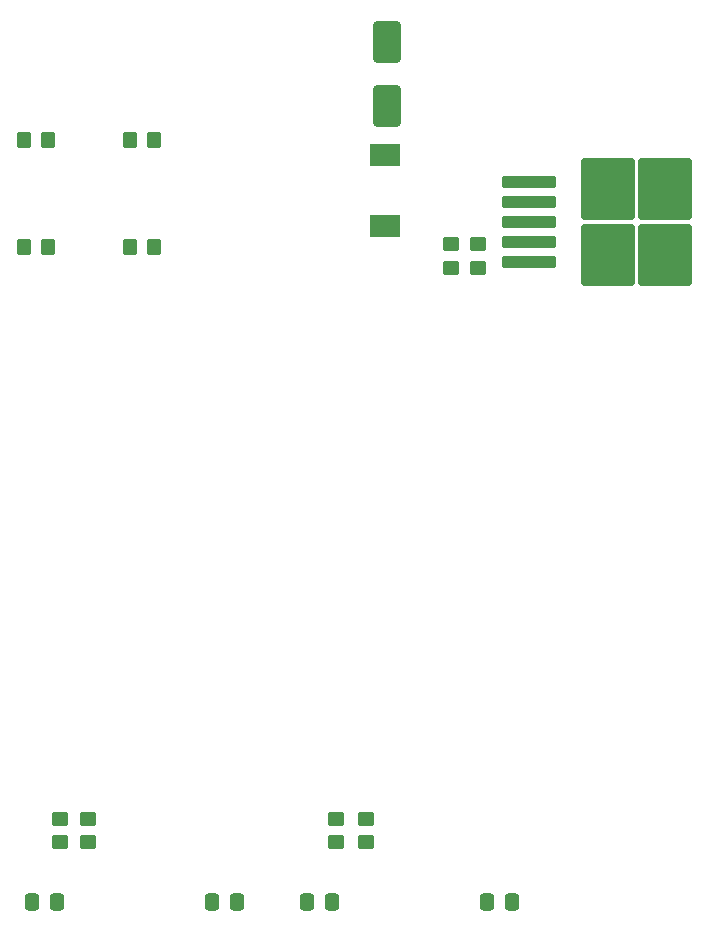
<source format=gbr>
%TF.GenerationSoftware,KiCad,Pcbnew,8.0.0*%
%TF.CreationDate,2025-04-05T00:05:52+03:00*%
%TF.ProjectId,esp_stepper,6573705f-7374-4657-9070-65722e6b6963,rev?*%
%TF.SameCoordinates,Original*%
%TF.FileFunction,Paste,Top*%
%TF.FilePolarity,Positive*%
%FSLAX46Y46*%
G04 Gerber Fmt 4.6, Leading zero omitted, Abs format (unit mm)*
G04 Created by KiCad (PCBNEW 8.0.0) date 2025-04-05 00:05:52*
%MOMM*%
%LPD*%
G01*
G04 APERTURE LIST*
G04 Aperture macros list*
%AMRoundRect*
0 Rectangle with rounded corners*
0 $1 Rounding radius*
0 $2 $3 $4 $5 $6 $7 $8 $9 X,Y pos of 4 corners*
0 Add a 4 corners polygon primitive as box body*
4,1,4,$2,$3,$4,$5,$6,$7,$8,$9,$2,$3,0*
0 Add four circle primitives for the rounded corners*
1,1,$1+$1,$2,$3*
1,1,$1+$1,$4,$5*
1,1,$1+$1,$6,$7*
1,1,$1+$1,$8,$9*
0 Add four rect primitives between the rounded corners*
20,1,$1+$1,$2,$3,$4,$5,0*
20,1,$1+$1,$4,$5,$6,$7,0*
20,1,$1+$1,$6,$7,$8,$9,0*
20,1,$1+$1,$8,$9,$2,$3,0*%
G04 Aperture macros list end*
%ADD10RoundRect,0.250000X-0.450000X0.350000X-0.450000X-0.350000X0.450000X-0.350000X0.450000X0.350000X0*%
%ADD11RoundRect,0.250000X-0.350000X-0.450000X0.350000X-0.450000X0.350000X0.450000X-0.350000X0.450000X0*%
%ADD12R,2.600000X1.950000*%
%ADD13RoundRect,0.250000X-2.050000X-0.300000X2.050000X-0.300000X2.050000X0.300000X-2.050000X0.300000X0*%
%ADD14RoundRect,0.250000X-2.025000X-2.375000X2.025000X-2.375000X2.025000X2.375000X-2.025000X2.375000X0*%
%ADD15RoundRect,0.250000X0.337500X0.475000X-0.337500X0.475000X-0.337500X-0.475000X0.337500X-0.475000X0*%
%ADD16RoundRect,0.250000X0.900000X-1.500000X0.900000X1.500000X-0.900000X1.500000X-0.900000X-1.500000X0*%
G04 APERTURE END LIST*
D10*
%TO.C,R5*%
X97334618Y-129445000D03*
X97334618Y-131445000D03*
%TD*%
D11*
%TO.C,R1*%
X94322618Y-81000000D03*
X96322618Y-81000000D03*
%TD*%
D12*
%TO.C,L1*%
X124852618Y-73269651D03*
X124852618Y-79269651D03*
%TD*%
D11*
%TO.C,R7*%
X94322618Y-72000000D03*
X96322618Y-72000000D03*
%TD*%
D13*
%TO.C,U4*%
X137047618Y-75502651D03*
X137047618Y-77202651D03*
X137047618Y-78902651D03*
D14*
X143772618Y-81677651D03*
X143772618Y-76127651D03*
X148622618Y-81677651D03*
X148622618Y-76127651D03*
D13*
X137047618Y-80602651D03*
X137047618Y-82302651D03*
%TD*%
D10*
%TO.C,R9*%
X132767618Y-80788000D03*
X132767618Y-82788000D03*
%TD*%
D11*
%TO.C,R8*%
X103322618Y-72000000D03*
X105322618Y-72000000D03*
%TD*%
D10*
%TO.C,R2*%
X123242618Y-129445000D03*
X123242618Y-131445000D03*
%TD*%
D15*
%TO.C,C5*%
X97110118Y-136500000D03*
X95035118Y-136500000D03*
%TD*%
D10*
%TO.C,R4*%
X99747618Y-129445000D03*
X99747618Y-131445000D03*
%TD*%
D15*
%TO.C,C4*%
X112322618Y-136500000D03*
X110247618Y-136500000D03*
%TD*%
D10*
%TO.C,R10*%
X130481618Y-80772000D03*
X130481618Y-82772000D03*
%TD*%
D16*
%TO.C,D1*%
X125043118Y-69098500D03*
X125043118Y-63698500D03*
%TD*%
D11*
%TO.C,R6*%
X103322618Y-81000000D03*
X105322618Y-81000000D03*
%TD*%
D15*
%TO.C,C6*%
X120360118Y-136500000D03*
X118285118Y-136500000D03*
%TD*%
D10*
%TO.C,R3*%
X120702618Y-129429000D03*
X120702618Y-131429000D03*
%TD*%
D15*
%TO.C,C3*%
X135610118Y-136500000D03*
X133535118Y-136500000D03*
%TD*%
M02*

</source>
